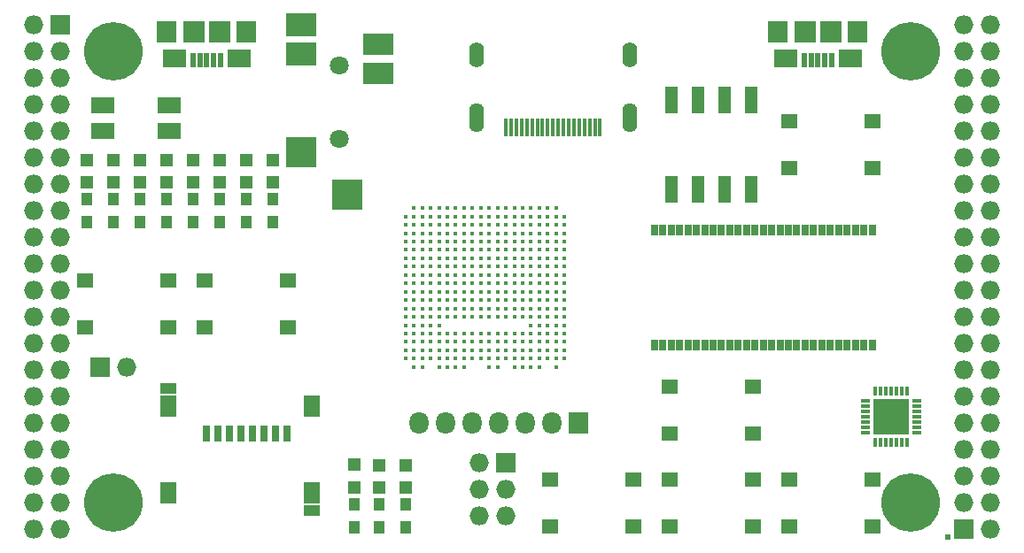
<source format=gts>
G04 #@! TF.FileFunction,Soldermask,Top*
%FSLAX46Y46*%
G04 Gerber Fmt 4.6, Leading zero omitted, Abs format (unit mm)*
G04 Created by KiCad (PCBNEW 4.0.7+dfsg1-1) date Sun Nov 12 01:46:28 2017*
%MOMM*%
%LPD*%
G01*
G04 APERTURE LIST*
%ADD10C,0.100000*%
%ADD11R,0.600000X0.600000*%
%ADD12R,1.298880X1.298880*%
%ADD13R,0.660000X1.000000*%
%ADD14R,1.827200X1.827200*%
%ADD15O,1.827200X1.827200*%
%ADD16C,5.600000*%
%ADD17R,2.300000X1.500000*%
%ADD18R,1.000000X1.300000*%
%ADD19R,2.200000X1.700000*%
%ADD20R,2.000000X2.000000*%
%ADD21R,0.500000X1.450000*%
%ADD22R,1.900000X2.000000*%
%ADD23O,0.950000X0.400000*%
%ADD24O,0.400000X0.950000*%
%ADD25R,1.775000X1.775000*%
%ADD26R,1.827200X2.132000*%
%ADD27O,1.827200X2.132000*%
%ADD28R,2.900000X2.300000*%
%ADD29R,2.900000X2.900000*%
%ADD30R,2.900000X2.100000*%
%ADD31C,1.800000*%
%ADD32O,1.400000X2.800000*%
%ADD33O,1.400000X2.400000*%
%ADD34R,0.350000X1.700000*%
%ADD35R,1.650000X1.400000*%
%ADD36R,1.220000X2.540000*%
%ADD37C,0.430000*%
%ADD38R,0.800000X1.600000*%
%ADD39R,1.550000X1.000000*%
%ADD40R,1.550000X2.100000*%
%ADD41R,1.300000X1.300000*%
G04 APERTURE END LIST*
D10*
D11*
X182675150Y-111637626D03*
D12*
X118230000Y-77709020D03*
X118230000Y-75610980D03*
X115690000Y-77709020D03*
X115690000Y-75610980D03*
X113150000Y-77709020D03*
X113150000Y-75610980D03*
X110610000Y-77709020D03*
X110610000Y-75610980D03*
X108070000Y-77709020D03*
X108070000Y-75610980D03*
X105530000Y-77709020D03*
X105530000Y-75610980D03*
X102990000Y-77709020D03*
X102990000Y-75610980D03*
X100450000Y-77709020D03*
X100450000Y-75610980D03*
D13*
X175480000Y-82270000D03*
X154680000Y-93330000D03*
X155480000Y-93330000D03*
X156280000Y-93330000D03*
X157080000Y-93330000D03*
X157880000Y-93330000D03*
X158680000Y-93330000D03*
X159480000Y-93330000D03*
X160280000Y-93330000D03*
X161080000Y-93330000D03*
X161880000Y-93330000D03*
X162680000Y-93330000D03*
X163480000Y-93330000D03*
X164280000Y-93330000D03*
X165080000Y-93330000D03*
X165880000Y-93330000D03*
X166680000Y-93330000D03*
X167480000Y-93330000D03*
X168280000Y-93330000D03*
X169080000Y-93330000D03*
X169880000Y-93330000D03*
X170680000Y-93330000D03*
X171480000Y-93330000D03*
X172280000Y-93330000D03*
X173080000Y-93330000D03*
X173880000Y-93330000D03*
X174680000Y-93330000D03*
X175480000Y-93330000D03*
X174680000Y-82270000D03*
X173880000Y-82270000D03*
X173080000Y-82270000D03*
X172280000Y-82270000D03*
X171480000Y-82270000D03*
X170680000Y-82270000D03*
X169880000Y-82270000D03*
X169080000Y-82270000D03*
X168280000Y-82270000D03*
X167480000Y-82270000D03*
X166680000Y-82270000D03*
X165880000Y-82270000D03*
X165080000Y-82270000D03*
X164280000Y-82270000D03*
X163480000Y-82270000D03*
X162680000Y-82270000D03*
X161880000Y-82270000D03*
X161080000Y-82270000D03*
X160280000Y-82270000D03*
X159480000Y-82270000D03*
X158680000Y-82270000D03*
X157880000Y-82270000D03*
X157080000Y-82270000D03*
X156280000Y-82270000D03*
X155480000Y-82270000D03*
X154680000Y-82270000D03*
D14*
X97910000Y-62690000D03*
D15*
X95370000Y-62690000D03*
X97910000Y-65230000D03*
X95370000Y-65230000D03*
X97910000Y-67770000D03*
X95370000Y-67770000D03*
X97910000Y-70310000D03*
X95370000Y-70310000D03*
X97910000Y-72850000D03*
X95370000Y-72850000D03*
X97910000Y-75390000D03*
X95370000Y-75390000D03*
X97910000Y-77930000D03*
X95370000Y-77930000D03*
X97910000Y-80470000D03*
X95370000Y-80470000D03*
X97910000Y-83010000D03*
X95370000Y-83010000D03*
X97910000Y-85550000D03*
X95370000Y-85550000D03*
X97910000Y-88090000D03*
X95370000Y-88090000D03*
X97910000Y-90630000D03*
X95370000Y-90630000D03*
X97910000Y-93170000D03*
X95370000Y-93170000D03*
X97910000Y-95710000D03*
X95370000Y-95710000D03*
X97910000Y-98250000D03*
X95370000Y-98250000D03*
X97910000Y-100790000D03*
X95370000Y-100790000D03*
X97910000Y-103330000D03*
X95370000Y-103330000D03*
X97910000Y-105870000D03*
X95370000Y-105870000D03*
X97910000Y-108410000D03*
X95370000Y-108410000D03*
X97910000Y-110950000D03*
X95370000Y-110950000D03*
D14*
X184270000Y-110950000D03*
D15*
X186810000Y-110950000D03*
X184270000Y-108410000D03*
X186810000Y-108410000D03*
X184270000Y-105870000D03*
X186810000Y-105870000D03*
X184270000Y-103330000D03*
X186810000Y-103330000D03*
X184270000Y-100790000D03*
X186810000Y-100790000D03*
X184270000Y-98250000D03*
X186810000Y-98250000D03*
X184270000Y-95710000D03*
X186810000Y-95710000D03*
X184270000Y-93170000D03*
X186810000Y-93170000D03*
X184270000Y-90630000D03*
X186810000Y-90630000D03*
X184270000Y-88090000D03*
X186810000Y-88090000D03*
X184270000Y-85550000D03*
X186810000Y-85550000D03*
X184270000Y-83010000D03*
X186810000Y-83010000D03*
X184270000Y-80470000D03*
X186810000Y-80470000D03*
X184270000Y-77930000D03*
X186810000Y-77930000D03*
X184270000Y-75390000D03*
X186810000Y-75390000D03*
X184270000Y-72850000D03*
X186810000Y-72850000D03*
X184270000Y-70310000D03*
X186810000Y-70310000D03*
X184270000Y-67770000D03*
X186810000Y-67770000D03*
X184270000Y-65230000D03*
X186810000Y-65230000D03*
X184270000Y-62690000D03*
X186810000Y-62690000D03*
D16*
X102990000Y-108410000D03*
X179190000Y-108410000D03*
X179190000Y-65230000D03*
X102990000Y-65230000D03*
D17*
X108274000Y-70330000D03*
X101974000Y-70330000D03*
X101974000Y-72830000D03*
X108274000Y-72830000D03*
D14*
X101720000Y-95456000D03*
D15*
X104260000Y-95456000D03*
D12*
X128390000Y-104820980D03*
X128390000Y-106919020D03*
X130930000Y-104820980D03*
X130930000Y-106919020D03*
D18*
X128390000Y-108580000D03*
X128390000Y-110780000D03*
X130930000Y-110780000D03*
X130930000Y-108580000D03*
D19*
X114980000Y-65875000D03*
X108780000Y-65875000D03*
D20*
X113080000Y-63325000D03*
X110680000Y-63325000D03*
D21*
X113180000Y-66000000D03*
X112530000Y-66000000D03*
X111880000Y-66000000D03*
X111230000Y-66000000D03*
X110580000Y-66000000D03*
D22*
X115680000Y-63325000D03*
X108080000Y-63325000D03*
D19*
X173400000Y-65875000D03*
X167200000Y-65875000D03*
D20*
X171500000Y-63325000D03*
X169100000Y-63325000D03*
D21*
X171600000Y-66000000D03*
X170950000Y-66000000D03*
X170300000Y-66000000D03*
X169650000Y-66000000D03*
X169000000Y-66000000D03*
D22*
X174100000Y-63325000D03*
X166500000Y-63325000D03*
D14*
X140455000Y-104600000D03*
D15*
X137915000Y-104600000D03*
X140455000Y-107140000D03*
X137915000Y-107140000D03*
X140455000Y-109680000D03*
X137915000Y-109680000D03*
D18*
X118230000Y-81570000D03*
X118230000Y-79370000D03*
X115690000Y-81570000D03*
X115690000Y-79370000D03*
X113150000Y-81570000D03*
X113150000Y-79370000D03*
X110610000Y-81570000D03*
X110610000Y-79370000D03*
X108070000Y-81570000D03*
X108070000Y-79370000D03*
X105530000Y-81570000D03*
X105530000Y-79370000D03*
X102990000Y-81570000D03*
X102990000Y-79370000D03*
X100450000Y-81570000D03*
X100450000Y-79370000D03*
D23*
X179735000Y-101655000D03*
X179735000Y-101155000D03*
X179735000Y-100655000D03*
X179735000Y-100155000D03*
X179735000Y-99655000D03*
X179735000Y-99155000D03*
X179735000Y-98655000D03*
D24*
X178785000Y-97705000D03*
X178285000Y-97705000D03*
X177785000Y-97705000D03*
X177285000Y-97705000D03*
X176785000Y-97705000D03*
X176285000Y-97705000D03*
X175785000Y-97705000D03*
D23*
X174835000Y-98655000D03*
X174835000Y-99155000D03*
X174835000Y-99655000D03*
X174835000Y-100155000D03*
X174835000Y-100655000D03*
X174835000Y-101155000D03*
X174835000Y-101655000D03*
D24*
X175785000Y-102605000D03*
X176285000Y-102605000D03*
X176785000Y-102605000D03*
X177285000Y-102605000D03*
X177785000Y-102605000D03*
X178285000Y-102605000D03*
X178785000Y-102605000D03*
D25*
X176447500Y-99317500D03*
X176447500Y-100992500D03*
X178122500Y-99317500D03*
X178122500Y-100992500D03*
D26*
X147440000Y-100790000D03*
D27*
X144900000Y-100790000D03*
X142360000Y-100790000D03*
X139820000Y-100790000D03*
X137280000Y-100790000D03*
X134740000Y-100790000D03*
X132200000Y-100790000D03*
D28*
X120880000Y-62640000D03*
X120880000Y-65440000D03*
D29*
X120880000Y-74840000D03*
X125330000Y-78940000D03*
D30*
X128280000Y-67340000D03*
X128280000Y-64540000D03*
D31*
X124580000Y-66540000D03*
X124580000Y-73540000D03*
D32*
X152280000Y-71550000D03*
X137680000Y-71550000D03*
D33*
X137680000Y-65500000D03*
D34*
X140480000Y-72500000D03*
X140980000Y-72500000D03*
X141480000Y-72500000D03*
X141980000Y-72500000D03*
X142480000Y-72500000D03*
X142980000Y-72500000D03*
X143480000Y-72500000D03*
X143980000Y-72500000D03*
X144480000Y-72500000D03*
X144980000Y-72500000D03*
X145480000Y-72500000D03*
X145980000Y-72500000D03*
X146480000Y-72500000D03*
X146980000Y-72500000D03*
X147480000Y-72500000D03*
X147980000Y-72500000D03*
X148480000Y-72500000D03*
X148980000Y-72500000D03*
X149480000Y-72500000D03*
D33*
X152280000Y-65500000D03*
D35*
X175550000Y-71870000D03*
X175550000Y-76370000D03*
X167590000Y-76370000D03*
X167590000Y-71870000D03*
X100280000Y-91610000D03*
X100280000Y-87110000D03*
X108240000Y-87110000D03*
X108240000Y-91610000D03*
X111710000Y-91610000D03*
X111710000Y-87110000D03*
X119670000Y-87110000D03*
X119670000Y-91610000D03*
X156160000Y-101770000D03*
X156160000Y-97270000D03*
X164120000Y-97270000D03*
X164120000Y-101770000D03*
X164120000Y-106160000D03*
X164120000Y-110660000D03*
X156160000Y-110660000D03*
X156160000Y-106160000D03*
X152690000Y-106160000D03*
X152690000Y-110660000D03*
X144730000Y-110660000D03*
X144730000Y-106160000D03*
X175550000Y-106160000D03*
X175550000Y-110660000D03*
X167590000Y-110660000D03*
X167590000Y-106160000D03*
D36*
X163950000Y-69815000D03*
X156330000Y-78425000D03*
X161410000Y-69815000D03*
X158870000Y-78425000D03*
X158870000Y-69815000D03*
X161410000Y-78425000D03*
X156330000Y-69815000D03*
X163950000Y-78425000D03*
D37*
X131680000Y-80200000D03*
X132480000Y-80200000D03*
X133280000Y-80200000D03*
X134080000Y-80200000D03*
X134880000Y-80200000D03*
X135680000Y-80200000D03*
X136480000Y-80200000D03*
X137280000Y-80200000D03*
X138080000Y-80200000D03*
X138880000Y-80200000D03*
X139680000Y-80200000D03*
X140480000Y-80200000D03*
X141280000Y-80200000D03*
X142080000Y-80200000D03*
X142880000Y-80200000D03*
X143680000Y-80200000D03*
X144480000Y-80200000D03*
X145280000Y-80200000D03*
X130880000Y-81000000D03*
X131680000Y-81000000D03*
X132480000Y-81000000D03*
X133280000Y-81000000D03*
X134080000Y-81000000D03*
X134880000Y-81000000D03*
X135680000Y-81000000D03*
X136480000Y-81000000D03*
X137280000Y-81000000D03*
X138080000Y-81000000D03*
X138880000Y-81000000D03*
X139680000Y-81000000D03*
X140480000Y-81000000D03*
X141280000Y-81000000D03*
X142080000Y-81000000D03*
X142880000Y-81000000D03*
X143680000Y-81000000D03*
X144480000Y-81000000D03*
X145280000Y-81000000D03*
X146080000Y-81000000D03*
X130880000Y-81800000D03*
X131680000Y-81800000D03*
X132480000Y-81800000D03*
X133280000Y-81800000D03*
X134080000Y-81800000D03*
X134880000Y-81800000D03*
X135680000Y-81800000D03*
X136480000Y-81800000D03*
X137280000Y-81800000D03*
X138080000Y-81800000D03*
X138880000Y-81800000D03*
X139680000Y-81800000D03*
X140480000Y-81800000D03*
X141280000Y-81800000D03*
X142080000Y-81800000D03*
X142880000Y-81800000D03*
X143680000Y-81800000D03*
X144480000Y-81800000D03*
X145280000Y-81800000D03*
X146080000Y-81800000D03*
X130880000Y-82600000D03*
X131680000Y-82600000D03*
X132480000Y-82600000D03*
X133280000Y-82600000D03*
X134080000Y-82600000D03*
X134880000Y-82600000D03*
X135680000Y-82600000D03*
X136480000Y-82600000D03*
X137280000Y-82600000D03*
X138080000Y-82600000D03*
X138880000Y-82600000D03*
X139680000Y-82600000D03*
X140480000Y-82600000D03*
X141280000Y-82600000D03*
X142080000Y-82600000D03*
X142880000Y-82600000D03*
X143680000Y-82600000D03*
X144480000Y-82600000D03*
X145280000Y-82600000D03*
X146080000Y-82600000D03*
X130880000Y-83400000D03*
X131680000Y-83400000D03*
X132480000Y-83400000D03*
X133280000Y-83400000D03*
X134080000Y-83400000D03*
X134880000Y-83400000D03*
X135680000Y-83400000D03*
X136480000Y-83400000D03*
X137280000Y-83400000D03*
X138080000Y-83400000D03*
X138880000Y-83400000D03*
X139680000Y-83400000D03*
X140480000Y-83400000D03*
X141280000Y-83400000D03*
X142080000Y-83400000D03*
X142880000Y-83400000D03*
X143680000Y-83400000D03*
X144480000Y-83400000D03*
X145280000Y-83400000D03*
X146080000Y-83400000D03*
X130880000Y-84200000D03*
X131680000Y-84200000D03*
X132480000Y-84200000D03*
X133280000Y-84200000D03*
X134080000Y-84200000D03*
X134880000Y-84200000D03*
X135680000Y-84200000D03*
X136480000Y-84200000D03*
X137280000Y-84200000D03*
X138080000Y-84200000D03*
X138880000Y-84200000D03*
X139680000Y-84200000D03*
X140480000Y-84200000D03*
X141280000Y-84200000D03*
X142080000Y-84200000D03*
X142880000Y-84200000D03*
X143680000Y-84200000D03*
X144480000Y-84200000D03*
X145280000Y-84200000D03*
X146080000Y-84200000D03*
X130880000Y-85000000D03*
X131680000Y-85000000D03*
X132480000Y-85000000D03*
X133280000Y-85000000D03*
X134080000Y-85000000D03*
X134880000Y-85000000D03*
X135680000Y-85000000D03*
X136480000Y-85000000D03*
X137280000Y-85000000D03*
X138080000Y-85000000D03*
X138880000Y-85000000D03*
X139680000Y-85000000D03*
X140480000Y-85000000D03*
X141280000Y-85000000D03*
X142080000Y-85000000D03*
X142880000Y-85000000D03*
X143680000Y-85000000D03*
X144480000Y-85000000D03*
X145280000Y-85000000D03*
X146080000Y-85000000D03*
X130880000Y-85800000D03*
X131680000Y-85800000D03*
X132480000Y-85800000D03*
X133280000Y-85800000D03*
X134080000Y-85800000D03*
X134880000Y-85800000D03*
X135680000Y-85800000D03*
X136480000Y-85800000D03*
X137280000Y-85800000D03*
X138080000Y-85800000D03*
X138880000Y-85800000D03*
X139680000Y-85800000D03*
X140480000Y-85800000D03*
X141280000Y-85800000D03*
X142080000Y-85800000D03*
X142880000Y-85800000D03*
X143680000Y-85800000D03*
X144480000Y-85800000D03*
X145280000Y-85800000D03*
X146080000Y-85800000D03*
X130880000Y-86600000D03*
X131680000Y-86600000D03*
X132480000Y-86600000D03*
X133280000Y-86600000D03*
X134080000Y-86600000D03*
X134880000Y-86600000D03*
X135680000Y-86600000D03*
X136480000Y-86600000D03*
X137280000Y-86600000D03*
X138080000Y-86600000D03*
X138880000Y-86600000D03*
X139680000Y-86600000D03*
X140480000Y-86600000D03*
X141280000Y-86600000D03*
X142080000Y-86600000D03*
X142880000Y-86600000D03*
X143680000Y-86600000D03*
X144480000Y-86600000D03*
X145280000Y-86600000D03*
X146080000Y-86600000D03*
X130880000Y-87400000D03*
X131680000Y-87400000D03*
X132480000Y-87400000D03*
X133280000Y-87400000D03*
X134080000Y-87400000D03*
X134880000Y-87400000D03*
X135680000Y-87400000D03*
X136480000Y-87400000D03*
X137280000Y-87400000D03*
X138080000Y-87400000D03*
X138880000Y-87400000D03*
X139680000Y-87400000D03*
X140480000Y-87400000D03*
X141280000Y-87400000D03*
X142080000Y-87400000D03*
X142880000Y-87400000D03*
X143680000Y-87400000D03*
X144480000Y-87400000D03*
X145280000Y-87400000D03*
X146080000Y-87400000D03*
X130880000Y-88200000D03*
X131680000Y-88200000D03*
X132480000Y-88200000D03*
X133280000Y-88200000D03*
X134080000Y-88200000D03*
X134880000Y-88200000D03*
X135680000Y-88200000D03*
X136480000Y-88200000D03*
X137280000Y-88200000D03*
X138080000Y-88200000D03*
X138880000Y-88200000D03*
X139680000Y-88200000D03*
X140480000Y-88200000D03*
X141280000Y-88200000D03*
X142080000Y-88200000D03*
X142880000Y-88200000D03*
X143680000Y-88200000D03*
X144480000Y-88200000D03*
X145280000Y-88200000D03*
X146080000Y-88200000D03*
X130880000Y-89000000D03*
X131680000Y-89000000D03*
X132480000Y-89000000D03*
X133280000Y-89000000D03*
X134080000Y-89000000D03*
X134880000Y-89000000D03*
X135680000Y-89000000D03*
X136480000Y-89000000D03*
X137280000Y-89000000D03*
X138080000Y-89000000D03*
X138880000Y-89000000D03*
X139680000Y-89000000D03*
X140480000Y-89000000D03*
X141280000Y-89000000D03*
X142080000Y-89000000D03*
X142880000Y-89000000D03*
X143680000Y-89000000D03*
X144480000Y-89000000D03*
X145280000Y-89000000D03*
X146080000Y-89000000D03*
X130880000Y-89800000D03*
X131680000Y-89800000D03*
X132480000Y-89800000D03*
X133280000Y-89800000D03*
X134080000Y-89800000D03*
X134880000Y-89800000D03*
X135680000Y-89800000D03*
X136480000Y-89800000D03*
X137280000Y-89800000D03*
X138080000Y-89800000D03*
X138880000Y-89800000D03*
X139680000Y-89800000D03*
X140480000Y-89800000D03*
X141280000Y-89800000D03*
X142080000Y-89800000D03*
X142880000Y-89800000D03*
X143680000Y-89800000D03*
X144480000Y-89800000D03*
X145280000Y-89800000D03*
X146080000Y-89800000D03*
X130880000Y-90600000D03*
X131680000Y-90600000D03*
X132480000Y-90600000D03*
X133280000Y-90600000D03*
X134080000Y-90600000D03*
X134880000Y-90600000D03*
X135680000Y-90600000D03*
X136480000Y-90600000D03*
X137280000Y-90600000D03*
X138080000Y-90600000D03*
X138880000Y-90600000D03*
X139680000Y-90600000D03*
X140480000Y-90600000D03*
X141280000Y-90600000D03*
X142080000Y-90600000D03*
X142880000Y-90600000D03*
X143680000Y-90600000D03*
X144480000Y-90600000D03*
X145280000Y-90600000D03*
X146080000Y-90600000D03*
X130880000Y-91400000D03*
X131680000Y-91400000D03*
X132480000Y-91400000D03*
X133280000Y-91400000D03*
X134080000Y-91400000D03*
X142880000Y-91400000D03*
X143680000Y-91400000D03*
X144480000Y-91400000D03*
X145280000Y-91400000D03*
X146080000Y-91400000D03*
X130880000Y-92200000D03*
X131680000Y-92200000D03*
X132480000Y-92200000D03*
X133280000Y-92200000D03*
X134080000Y-92200000D03*
X134880000Y-92200000D03*
X135680000Y-92200000D03*
X136480000Y-92200000D03*
X137280000Y-92200000D03*
X138080000Y-92200000D03*
X138880000Y-92200000D03*
X139680000Y-92200000D03*
X140480000Y-92200000D03*
X141280000Y-92200000D03*
X142080000Y-92200000D03*
X142880000Y-92200000D03*
X143680000Y-92200000D03*
X144480000Y-92200000D03*
X145280000Y-92200000D03*
X146080000Y-92200000D03*
X130880000Y-93000000D03*
X131680000Y-93000000D03*
X132480000Y-93000000D03*
X133280000Y-93000000D03*
X134080000Y-93000000D03*
X134880000Y-93000000D03*
X135680000Y-93000000D03*
X136480000Y-93000000D03*
X137280000Y-93000000D03*
X138080000Y-93000000D03*
X138880000Y-93000000D03*
X139680000Y-93000000D03*
X140480000Y-93000000D03*
X141280000Y-93000000D03*
X142080000Y-93000000D03*
X142880000Y-93000000D03*
X143680000Y-93000000D03*
X144480000Y-93000000D03*
X145280000Y-93000000D03*
X146080000Y-93000000D03*
X130880000Y-93800000D03*
X131680000Y-93800000D03*
X132480000Y-93800000D03*
X133280000Y-93800000D03*
X134080000Y-93800000D03*
X134880000Y-93800000D03*
X135680000Y-93800000D03*
X136480000Y-93800000D03*
X137280000Y-93800000D03*
X138080000Y-93800000D03*
X138880000Y-93800000D03*
X139680000Y-93800000D03*
X140480000Y-93800000D03*
X141280000Y-93800000D03*
X142080000Y-93800000D03*
X142880000Y-93800000D03*
X143680000Y-93800000D03*
X144480000Y-93800000D03*
X145280000Y-93800000D03*
X146080000Y-93800000D03*
X130880000Y-94600000D03*
X131680000Y-94600000D03*
X132480000Y-94600000D03*
X133280000Y-94600000D03*
X134080000Y-94600000D03*
X134880000Y-94600000D03*
X135680000Y-94600000D03*
X136480000Y-94600000D03*
X137280000Y-94600000D03*
X138080000Y-94600000D03*
X138880000Y-94600000D03*
X139680000Y-94600000D03*
X140480000Y-94600000D03*
X141280000Y-94600000D03*
X142080000Y-94600000D03*
X142880000Y-94600000D03*
X143680000Y-94600000D03*
X144480000Y-94600000D03*
X145280000Y-94600000D03*
X146080000Y-94600000D03*
X131680000Y-95400000D03*
X132480000Y-95400000D03*
X134080000Y-95400000D03*
X134880000Y-95400000D03*
X135680000Y-95400000D03*
X136480000Y-95400000D03*
X138880000Y-95400000D03*
X139680000Y-95400000D03*
X141280000Y-95400000D03*
X142080000Y-95400000D03*
X142880000Y-95400000D03*
X143680000Y-95400000D03*
X145280000Y-95400000D03*
D38*
X111855000Y-101765000D03*
X112955000Y-101765000D03*
X114055000Y-101765000D03*
X115155000Y-101765000D03*
X116255000Y-101765000D03*
X117355000Y-101765000D03*
X118455000Y-101765000D03*
X119555000Y-101765000D03*
D39*
X108180000Y-97465000D03*
X121930000Y-109115000D03*
D40*
X121930000Y-99165000D03*
X108180000Y-99165000D03*
X108180000Y-107465000D03*
X121930000Y-107465000D03*
D41*
X125977000Y-104770000D03*
X125977000Y-106970000D03*
D18*
X125977000Y-108580000D03*
X125977000Y-110780000D03*
M02*

</source>
